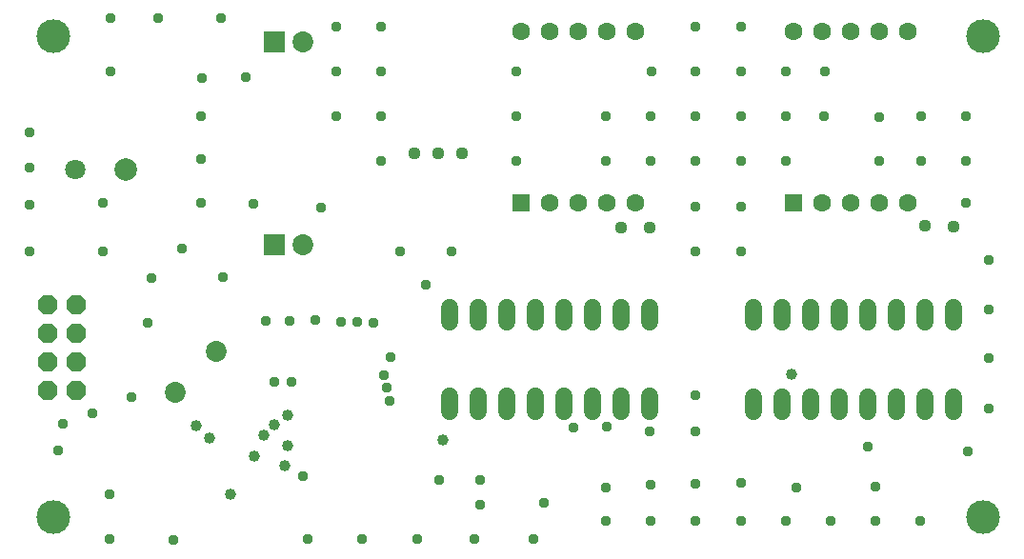
<source format=gbr>
G04 EAGLE Gerber RS-274X export*
G75*
%MOMM*%
%FSLAX34Y34*%
%LPD*%
%INSoldermask Bottom*%
%IPPOS*%
%AMOC8*
5,1,8,0,0,1.08239X$1,22.5*%
G01*
%ADD10R,1.854200X1.854200*%
%ADD11C,1.854200*%
%ADD12C,3.003200*%
%ADD13C,2.003200*%
%ADD14C,1.803200*%
%ADD15P,1.869504X8X112.500000*%
%ADD16C,1.491200*%
%ADD17R,1.603200X1.603200*%
%ADD18C,1.603200*%
%ADD19C,0.959600*%
%ADD20C,1.009600*%
%ADD21C,1.109600*%


D10*
X225700Y466500D03*
D11*
X250700Y466500D03*
D10*
X225600Y285700D03*
D11*
X250600Y285700D03*
D12*
X29100Y43600D03*
X855200Y43600D03*
X855200Y470900D03*
X29100Y470900D03*
D13*
X93700Y352600D03*
D14*
X48700Y352600D03*
D15*
X49200Y156300D03*
X23800Y156300D03*
X49200Y181700D03*
X23800Y181700D03*
X49200Y207100D03*
X23800Y207100D03*
X49200Y232500D03*
X23800Y232500D03*
D16*
X381100Y150740D02*
X381100Y137860D01*
X406500Y137860D02*
X406500Y150740D01*
X431900Y150740D02*
X431900Y137860D01*
X457300Y137860D02*
X457300Y150740D01*
X482700Y150740D02*
X482700Y137860D01*
X508100Y137860D02*
X508100Y150740D01*
X533500Y150740D02*
X533500Y137860D01*
X558900Y137860D02*
X558900Y150740D01*
X558900Y217260D02*
X558900Y230140D01*
X533500Y230140D02*
X533500Y217260D01*
X508100Y217260D02*
X508100Y230140D01*
X482700Y230140D02*
X482700Y217260D01*
X457300Y217260D02*
X457300Y230140D01*
X431900Y230140D02*
X431900Y217260D01*
X406500Y217260D02*
X406500Y230140D01*
X381100Y230140D02*
X381100Y217260D01*
X651100Y150440D02*
X651100Y137560D01*
X676500Y137560D02*
X676500Y150440D01*
X701900Y150440D02*
X701900Y137560D01*
X727300Y137560D02*
X727300Y150440D01*
X752700Y150440D02*
X752700Y137560D01*
X778100Y137560D02*
X778100Y150440D01*
X803500Y150440D02*
X803500Y137560D01*
X828900Y137560D02*
X828900Y150440D01*
X828900Y216960D02*
X828900Y229840D01*
X803500Y229840D02*
X803500Y216960D01*
X778100Y216960D02*
X778100Y229840D01*
X752700Y229840D02*
X752700Y216960D01*
X727300Y216960D02*
X727300Y229840D01*
X701900Y229840D02*
X701900Y216960D01*
X676500Y216960D02*
X676500Y229840D01*
X651100Y229840D02*
X651100Y216960D01*
D17*
X444300Y323100D03*
D18*
X469700Y323100D03*
X495100Y323100D03*
X520500Y323100D03*
X545900Y323100D03*
X545900Y475500D03*
X520500Y475500D03*
X495100Y475500D03*
X469700Y475500D03*
X444300Y475500D03*
D17*
X686600Y323100D03*
D18*
X712000Y323100D03*
X737400Y323100D03*
X762800Y323100D03*
X788200Y323100D03*
X788200Y475500D03*
X762800Y475500D03*
X737400Y475500D03*
X712000Y475500D03*
X686600Y475500D03*
D11*
X173561Y190761D03*
X137639Y154839D03*
D19*
X80000Y487000D03*
X160000Y400000D03*
X80000Y440000D03*
X200000Y435000D03*
X280000Y480000D03*
X280000Y440000D03*
X320000Y480000D03*
X320000Y440000D03*
X320000Y400000D03*
X320000Y360000D03*
X143000Y282000D03*
X73000Y280000D03*
X79000Y24000D03*
X520000Y360000D03*
X520000Y400000D03*
X560000Y400000D03*
X560000Y360000D03*
X600000Y480000D03*
X600000Y440000D03*
X600000Y400000D03*
X600000Y360000D03*
X600000Y320000D03*
X600000Y280000D03*
X680000Y440000D03*
X680000Y400000D03*
X680000Y360000D03*
X440000Y440000D03*
X440000Y400000D03*
X440000Y360000D03*
X800000Y400000D03*
X800000Y360000D03*
X840000Y400000D03*
X840000Y360000D03*
X600000Y120000D03*
X520000Y40000D03*
X560000Y40000D03*
X600000Y40000D03*
X640000Y40000D03*
X680000Y40000D03*
X720000Y40000D03*
X760000Y40000D03*
X465000Y56000D03*
X372000Y77000D03*
X491000Y123000D03*
X521000Y124000D03*
X559000Y120000D03*
X262000Y219000D03*
X113000Y216000D03*
X383000Y280000D03*
X337000Y280000D03*
X360000Y250000D03*
X267000Y319000D03*
X239000Y218000D03*
X218000Y218000D03*
X241000Y164000D03*
X225000Y164000D03*
X136000Y23000D03*
X255000Y24000D03*
X303000Y24000D03*
X352000Y24000D03*
X403000Y24000D03*
X456000Y24000D03*
X560000Y72000D03*
X600000Y73000D03*
X640000Y400000D03*
X640000Y440000D03*
X640000Y360000D03*
X640000Y320000D03*
X715000Y440000D03*
X714000Y400000D03*
X763000Y399000D03*
X561000Y440000D03*
X640000Y480000D03*
X640000Y280000D03*
X860000Y272000D03*
X840000Y323000D03*
X860000Y228000D03*
X860000Y185000D03*
X860000Y140000D03*
X842000Y102000D03*
X160000Y362000D03*
X116000Y256000D03*
X8000Y280000D03*
X180000Y257000D03*
X160000Y323000D03*
X329000Y186000D03*
X8000Y354000D03*
X98000Y150000D03*
X79000Y64000D03*
X37000Y127000D03*
X64000Y136000D03*
X207000Y322000D03*
X73000Y323000D03*
X122000Y487000D03*
X178000Y487000D03*
X161000Y434000D03*
X600000Y152000D03*
X760000Y71000D03*
X753000Y106000D03*
X799000Y40000D03*
X8000Y321000D03*
X763000Y360000D03*
X8000Y386000D03*
X408000Y55000D03*
X408000Y77000D03*
X520000Y70000D03*
X689000Y70000D03*
X280000Y400000D03*
X251000Y80000D03*
X33000Y103000D03*
X328000Y147000D03*
D20*
X168000Y114000D03*
X186000Y64000D03*
D19*
X325000Y159000D03*
X323000Y170000D03*
X313000Y216000D03*
D21*
X392000Y367000D03*
D19*
X299000Y217000D03*
D21*
X371000Y367000D03*
D19*
X285000Y217000D03*
D21*
X350000Y367000D03*
D20*
X237000Y134000D03*
X225000Y126000D03*
X216000Y116000D03*
X685000Y171000D03*
X237000Y107000D03*
X208000Y98000D03*
X235000Y89000D03*
X375000Y112000D03*
D21*
X533500Y301000D03*
X558900Y301000D03*
X803500Y303000D03*
X828800Y302000D03*
D20*
X156000Y125000D03*
D19*
X640000Y74000D03*
M02*

</source>
